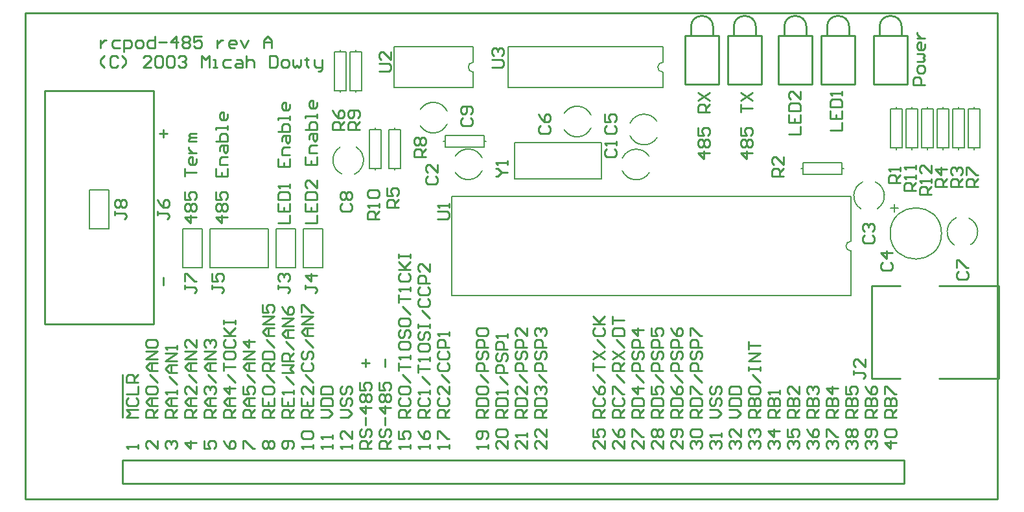
<source format=gto>
%FSLAX23Y23*%
%MOIN*%
G70*
G01*
G75*
%ADD10C,0.010*%
%ADD11C,0.020*%
%ADD12C,0.063*%
%ADD13C,0.059*%
%ADD14R,0.059X0.059*%
%ADD15C,0.065*%
%ADD16C,0.180*%
%ADD17C,0.047*%
%ADD18R,0.047X0.047*%
%ADD19O,0.500X0.400*%
%ADD20C,0.070*%
%ADD21R,0.070X0.070*%
%ADD22C,0.275*%
%ADD23C,0.059*%
%ADD24R,0.059X0.059*%
%ADD25C,0.055*%
%ADD26R,0.053X0.053*%
%ADD27C,0.053*%
%ADD28C,0.025*%
%ADD29C,0.008*%
%ADD30C,0.006*%
D10*
X4237Y2427D02*
G03*
X4123Y2427I-57J0D01*
G01*
X4017D02*
G03*
X3903Y2427I-57J0D01*
G01*
X4507D02*
G03*
X4393Y2427I-57J0D01*
G01*
X3537D02*
G03*
X3423Y2427I-57J0D01*
G01*
X3757D02*
G03*
X3643Y2427I-57J0D01*
G01*
X4237Y2383D02*
Y2427D01*
X4123Y2383D02*
Y2427D01*
X4267Y2131D02*
Y2383D01*
X4093D02*
X4267D01*
X4093Y2131D02*
Y2383D01*
Y2131D02*
X4267D01*
X3873D02*
X4047D01*
X3873D02*
Y2383D01*
X4047D01*
Y2131D02*
Y2383D01*
X3903D02*
Y2427D01*
X4017Y2383D02*
Y2427D01*
X4507Y2383D02*
Y2427D01*
X4393Y2383D02*
Y2427D01*
X4537Y2131D02*
Y2383D01*
X4363D02*
X4537D01*
X4363Y2131D02*
Y2383D01*
Y2131D02*
X4537D01*
X3393D02*
X3567D01*
X3393D02*
Y2383D01*
X3567D01*
Y2131D02*
Y2383D01*
X3423D02*
Y2427D01*
X3537Y2383D02*
Y2427D01*
X3757Y2383D02*
Y2427D01*
X3643Y2383D02*
Y2427D01*
X3787Y2131D02*
Y2383D01*
X3613D02*
X3787D01*
X3613Y2131D02*
Y2383D01*
Y2131D02*
X3787D01*
X5006Y620D02*
Y1094D01*
X4700D02*
X5006D01*
X4700Y620D02*
X5006D01*
X4352D02*
Y1094D01*
Y620D02*
X4500D01*
X4352Y1094D02*
X4500D01*
X380Y900D02*
X660D01*
Y1520D01*
X100Y2100D02*
X660D01*
X100Y900D02*
Y1500D01*
Y900D02*
X380D01*
X100Y1500D02*
Y2100D01*
X660Y1520D02*
Y2100D01*
X500Y420D02*
Y640D01*
Y80D02*
Y180D01*
Y200D01*
X4520D01*
Y80D02*
Y200D01*
X500Y80D02*
X4520D01*
X710Y1860D02*
Y1900D01*
X690Y1880D02*
X730D01*
X710Y1100D02*
Y1140D01*
X2080Y420D02*
X2020D01*
Y450D01*
X2030Y460D01*
X2050D01*
X2060Y450D01*
Y420D01*
Y440D02*
X2080Y460D01*
X2030Y520D02*
X2020Y510D01*
Y490D01*
X2030Y480D01*
X2070D01*
X2080Y490D01*
Y510D01*
X2070Y520D01*
X2080Y540D02*
Y560D01*
Y550D01*
X2020D01*
X2030Y540D01*
X2080Y590D02*
X2040Y630D01*
X2020Y650D02*
Y690D01*
Y670D01*
X2080D01*
Y710D02*
Y730D01*
Y720D01*
X2020D01*
X2030Y710D01*
X2020Y790D02*
Y770D01*
X2030Y760D01*
X2070D01*
X2080Y770D01*
Y790D01*
X2070Y800D01*
X2030D01*
X2020Y790D01*
X2030Y860D02*
X2020Y850D01*
Y830D01*
X2030Y820D01*
X2040D01*
X2050Y830D01*
Y850D01*
X2060Y860D01*
X2070D01*
X2080Y850D01*
Y830D01*
X2070Y820D01*
X2020Y880D02*
Y900D01*
Y890D01*
X2080D01*
Y880D01*
Y900D01*
Y930D02*
X2040Y970D01*
X2030Y1030D02*
X2020Y1020D01*
Y1000D01*
X2030Y990D01*
X2070D01*
X2080Y1000D01*
Y1020D01*
X2070Y1030D01*
X2030Y1090D02*
X2020Y1080D01*
Y1060D01*
X2030Y1050D01*
X2070D01*
X2080Y1060D01*
Y1080D01*
X2070Y1090D01*
X2080Y1110D02*
X2020D01*
Y1140D01*
X2030Y1150D01*
X2050D01*
X2060Y1140D01*
Y1110D01*
X2080Y1210D02*
Y1170D01*
X2040Y1210D01*
X2030D01*
X2020Y1200D01*
Y1180D01*
X2030Y1170D01*
X580Y420D02*
X520D01*
X540Y440D01*
X520Y460D01*
X580D01*
X530Y520D02*
X520Y510D01*
Y490D01*
X530Y480D01*
X570D01*
X580Y490D01*
Y510D01*
X570Y520D01*
X520Y540D02*
X580D01*
Y580D01*
Y600D02*
X520D01*
Y630D01*
X530Y640D01*
X550D01*
X560Y630D01*
Y600D01*
Y620D02*
X580Y640D01*
X680Y420D02*
X620D01*
Y450D01*
X630Y460D01*
X650D01*
X660Y450D01*
Y420D01*
Y440D02*
X680Y460D01*
Y480D02*
X640D01*
X620Y500D01*
X640Y520D01*
X680D01*
X650D01*
Y480D01*
X630Y540D02*
X620Y550D01*
Y570D01*
X630Y580D01*
X670D01*
X680Y570D01*
Y550D01*
X670Y540D01*
X630D01*
X680Y600D02*
X640Y640D01*
X680Y660D02*
X640D01*
X620Y680D01*
X640Y700D01*
X680D01*
X650D01*
Y660D01*
X680Y720D02*
X620D01*
X680Y760D01*
X620D01*
X630Y780D02*
X620Y790D01*
Y810D01*
X630Y820D01*
X670D01*
X680Y810D01*
Y790D01*
X670Y780D01*
X630D01*
X780Y420D02*
X720D01*
Y450D01*
X730Y460D01*
X750D01*
X760Y450D01*
Y420D01*
Y440D02*
X780Y460D01*
Y480D02*
X740D01*
X720Y500D01*
X740Y520D01*
X780D01*
X750D01*
Y480D01*
X780Y540D02*
Y560D01*
Y550D01*
X720D01*
X730Y540D01*
X780Y590D02*
X740Y630D01*
X780Y650D02*
X740D01*
X720Y670D01*
X740Y690D01*
X780D01*
X750D01*
Y650D01*
X780Y710D02*
X720D01*
X780Y750D01*
X720D01*
X780Y770D02*
Y790D01*
Y780D01*
X720D01*
X730Y770D01*
X880Y420D02*
X820D01*
Y450D01*
X830Y460D01*
X850D01*
X860Y450D01*
Y420D01*
Y440D02*
X880Y460D01*
Y480D02*
X840D01*
X820Y500D01*
X840Y520D01*
X880D01*
X850D01*
Y480D01*
X880Y580D02*
Y540D01*
X840Y580D01*
X830D01*
X820Y570D01*
Y550D01*
X830Y540D01*
X880Y600D02*
X840Y640D01*
X880Y660D02*
X840D01*
X820Y680D01*
X840Y700D01*
X880D01*
X850D01*
Y660D01*
X880Y720D02*
X820D01*
X880Y760D01*
X820D01*
X880Y820D02*
Y780D01*
X840Y820D01*
X830D01*
X820Y810D01*
Y790D01*
X830Y780D01*
X980Y420D02*
X920D01*
Y450D01*
X930Y460D01*
X950D01*
X960Y450D01*
Y420D01*
Y440D02*
X980Y460D01*
Y480D02*
X940D01*
X920Y500D01*
X940Y520D01*
X980D01*
X950D01*
Y480D01*
X930Y540D02*
X920Y550D01*
Y570D01*
X930Y580D01*
X940D01*
X950Y570D01*
Y560D01*
Y570D01*
X960Y580D01*
X970D01*
X980Y570D01*
Y550D01*
X970Y540D01*
X980Y600D02*
X940Y640D01*
X980Y660D02*
X940D01*
X920Y680D01*
X940Y700D01*
X980D01*
X950D01*
Y660D01*
X980Y720D02*
X920D01*
X980Y760D01*
X920D01*
X930Y780D02*
X920Y790D01*
Y810D01*
X930Y820D01*
X940D01*
X950Y810D01*
Y800D01*
Y810D01*
X960Y820D01*
X970D01*
X980Y810D01*
Y790D01*
X970Y780D01*
X1080Y420D02*
X1020D01*
Y450D01*
X1030Y460D01*
X1050D01*
X1060Y450D01*
Y420D01*
Y440D02*
X1080Y460D01*
Y480D02*
X1040D01*
X1020Y500D01*
X1040Y520D01*
X1080D01*
X1050D01*
Y480D01*
X1080Y570D02*
X1020D01*
X1050Y540D01*
Y580D01*
X1080Y600D02*
X1040Y640D01*
X1020Y660D02*
Y700D01*
Y680D01*
X1080D01*
X1030Y720D02*
X1020Y730D01*
Y750D01*
X1030Y760D01*
X1070D01*
X1080Y750D01*
Y730D01*
X1070Y720D01*
X1030D01*
Y820D02*
X1020Y810D01*
Y790D01*
X1030Y780D01*
X1070D01*
X1080Y790D01*
Y810D01*
X1070Y820D01*
X1020Y840D02*
X1080D01*
X1060D01*
X1020Y880D01*
X1050Y850D01*
X1080Y880D01*
X1020Y900D02*
Y920D01*
Y910D01*
X1080D01*
Y900D01*
Y920D01*
X1180Y420D02*
X1120D01*
Y450D01*
X1130Y460D01*
X1150D01*
X1160Y450D01*
Y420D01*
Y440D02*
X1180Y460D01*
Y480D02*
X1140D01*
X1120Y500D01*
X1140Y520D01*
X1180D01*
X1150D01*
Y480D01*
X1120Y580D02*
Y540D01*
X1150D01*
X1140Y560D01*
Y570D01*
X1150Y580D01*
X1170D01*
X1180Y570D01*
Y550D01*
X1170Y540D01*
X1180Y600D02*
X1140Y640D01*
X1180Y660D02*
X1140D01*
X1120Y680D01*
X1140Y700D01*
X1180D01*
X1150D01*
Y660D01*
X1180Y720D02*
X1120D01*
X1180Y760D01*
X1120D01*
X1180Y810D02*
X1120D01*
X1150Y780D01*
Y820D01*
X1280Y420D02*
X1220D01*
Y450D01*
X1230Y460D01*
X1250D01*
X1260Y450D01*
Y420D01*
Y440D02*
X1280Y460D01*
X1220Y520D02*
Y480D01*
X1280D01*
Y520D01*
X1250Y480D02*
Y500D01*
X1230Y540D02*
X1220Y550D01*
Y570D01*
X1230Y580D01*
X1270D01*
X1280Y570D01*
Y550D01*
X1270Y540D01*
X1230D01*
X1280Y600D02*
X1240Y640D01*
X1280Y660D02*
X1220D01*
Y690D01*
X1230Y700D01*
X1250D01*
X1260Y690D01*
Y660D01*
Y680D02*
X1280Y700D01*
X1220Y720D02*
X1280D01*
Y750D01*
X1270Y760D01*
X1230D01*
X1220Y750D01*
Y720D01*
X1280Y780D02*
X1240Y820D01*
X1280Y840D02*
X1240D01*
X1220Y860D01*
X1240Y880D01*
X1280D01*
X1250D01*
Y840D01*
X1280Y900D02*
X1220D01*
X1280Y940D01*
X1220D01*
Y1000D02*
Y960D01*
X1250D01*
X1240Y980D01*
Y990D01*
X1250Y1000D01*
X1270D01*
X1280Y990D01*
Y970D01*
X1270Y960D01*
X1380Y420D02*
X1320D01*
Y450D01*
X1330Y460D01*
X1350D01*
X1360Y450D01*
Y420D01*
Y440D02*
X1380Y460D01*
X1320Y520D02*
Y480D01*
X1380D01*
Y520D01*
X1350Y480D02*
Y500D01*
X1380Y540D02*
Y560D01*
Y550D01*
X1320D01*
X1330Y540D01*
X1380Y590D02*
X1340Y630D01*
X1320Y650D02*
X1380D01*
X1360Y670D01*
X1380Y690D01*
X1320D01*
X1380Y710D02*
X1320D01*
Y740D01*
X1330Y750D01*
X1350D01*
X1360Y740D01*
Y710D01*
Y730D02*
X1380Y750D01*
Y770D02*
X1340Y810D01*
X1380Y830D02*
X1340D01*
X1320Y850D01*
X1340Y870D01*
X1380D01*
X1350D01*
Y830D01*
X1380Y890D02*
X1320D01*
X1380Y930D01*
X1320D01*
Y990D02*
X1330Y970D01*
X1350Y950D01*
X1370D01*
X1380Y960D01*
Y980D01*
X1370Y990D01*
X1360D01*
X1350Y980D01*
Y950D01*
X1480Y420D02*
X1420D01*
Y450D01*
X1430Y460D01*
X1450D01*
X1460Y450D01*
Y420D01*
Y440D02*
X1480Y460D01*
X1420Y520D02*
Y480D01*
X1480D01*
Y520D01*
X1450Y480D02*
Y500D01*
X1480Y580D02*
Y540D01*
X1440Y580D01*
X1430D01*
X1420Y570D01*
Y550D01*
X1430Y540D01*
X1480Y600D02*
X1440Y640D01*
X1430Y700D02*
X1420Y690D01*
Y670D01*
X1430Y660D01*
X1470D01*
X1480Y670D01*
Y690D01*
X1470Y700D01*
X1430Y760D02*
X1420Y750D01*
Y730D01*
X1430Y720D01*
X1440D01*
X1450Y730D01*
Y750D01*
X1460Y760D01*
X1470D01*
X1480Y750D01*
Y730D01*
X1470Y720D01*
X1480Y780D02*
X1440Y820D01*
X1480Y840D02*
X1440D01*
X1420Y860D01*
X1440Y880D01*
X1480D01*
X1450D01*
Y840D01*
X1480Y900D02*
X1420D01*
X1480Y940D01*
X1420D01*
Y960D02*
Y1000D01*
X1430D01*
X1470Y960D01*
X1480D01*
X1520Y420D02*
X1560D01*
X1580Y440D01*
X1560Y460D01*
X1520D01*
Y480D02*
X1580D01*
Y510D01*
X1570Y520D01*
X1530D01*
X1520Y510D01*
Y480D01*
Y540D02*
X1580D01*
Y570D01*
X1570Y580D01*
X1530D01*
X1520Y570D01*
Y540D01*
X1620Y420D02*
X1660D01*
X1680Y440D01*
X1660Y460D01*
X1620D01*
X1630Y520D02*
X1620Y510D01*
Y490D01*
X1630Y480D01*
X1640D01*
X1650Y490D01*
Y510D01*
X1660Y520D01*
X1670D01*
X1680Y510D01*
Y490D01*
X1670Y480D01*
X1630Y580D02*
X1620Y570D01*
Y550D01*
X1630Y540D01*
X1640D01*
X1650Y550D01*
Y570D01*
X1660Y580D01*
X1670D01*
X1680Y570D01*
Y550D01*
X1670Y540D01*
X1980Y420D02*
X1920D01*
Y450D01*
X1930Y460D01*
X1950D01*
X1960Y450D01*
Y420D01*
Y440D02*
X1980Y460D01*
X1930Y520D02*
X1920Y510D01*
Y490D01*
X1930Y480D01*
X1970D01*
X1980Y490D01*
Y510D01*
X1970Y520D01*
X1930Y540D02*
X1920Y550D01*
Y570D01*
X1930Y580D01*
X1970D01*
X1980Y570D01*
Y550D01*
X1970Y540D01*
X1930D01*
X1980Y600D02*
X1940Y640D01*
X1920Y660D02*
Y700D01*
Y680D01*
X1980D01*
Y720D02*
Y740D01*
Y730D01*
X1920D01*
X1930Y720D01*
X1920Y800D02*
Y780D01*
X1930Y770D01*
X1970D01*
X1980Y780D01*
Y800D01*
X1970Y810D01*
X1930D01*
X1920Y800D01*
X1930Y870D02*
X1920Y860D01*
Y840D01*
X1930Y830D01*
X1940D01*
X1950Y840D01*
Y860D01*
X1960Y870D01*
X1970D01*
X1980Y860D01*
Y840D01*
X1970Y830D01*
X1920Y920D02*
Y900D01*
X1930Y890D01*
X1970D01*
X1980Y900D01*
Y920D01*
X1970Y930D01*
X1930D01*
X1920Y920D01*
X1980Y950D02*
X1940Y990D01*
X1920Y1010D02*
Y1050D01*
Y1030D01*
X1980D01*
Y1070D02*
Y1090D01*
Y1080D01*
X1920D01*
X1930Y1070D01*
Y1160D02*
X1920Y1150D01*
Y1130D01*
X1930Y1120D01*
X1970D01*
X1980Y1130D01*
Y1150D01*
X1970Y1160D01*
X1920Y1180D02*
X1980D01*
X1960D01*
X1920Y1220D01*
X1950Y1190D01*
X1980Y1220D01*
X1920Y1240D02*
Y1260D01*
Y1250D01*
X1980D01*
Y1240D01*
Y1260D01*
X2180Y420D02*
X2120D01*
Y450D01*
X2130Y460D01*
X2150D01*
X2160Y450D01*
Y420D01*
Y440D02*
X2180Y460D01*
X2130Y520D02*
X2120Y510D01*
Y490D01*
X2130Y480D01*
X2170D01*
X2180Y490D01*
Y510D01*
X2170Y520D01*
X2180Y580D02*
Y540D01*
X2140Y580D01*
X2130D01*
X2120Y570D01*
Y550D01*
X2130Y540D01*
X2180Y600D02*
X2140Y640D01*
X2130Y700D02*
X2120Y690D01*
Y670D01*
X2130Y660D01*
X2170D01*
X2180Y670D01*
Y690D01*
X2170Y700D01*
X2130Y760D02*
X2120Y750D01*
Y730D01*
X2130Y720D01*
X2170D01*
X2180Y730D01*
Y750D01*
X2170Y760D01*
X2180Y780D02*
X2120D01*
Y810D01*
X2130Y820D01*
X2150D01*
X2160Y810D01*
Y780D01*
X2180Y840D02*
Y860D01*
Y850D01*
X2120D01*
X2130Y840D01*
X2380Y420D02*
X2320D01*
Y450D01*
X2330Y460D01*
X2350D01*
X2360Y450D01*
Y420D01*
Y440D02*
X2380Y460D01*
X2320Y480D02*
X2380D01*
Y510D01*
X2370Y520D01*
X2330D01*
X2320Y510D01*
Y480D01*
X2330Y540D02*
X2320Y550D01*
Y570D01*
X2330Y580D01*
X2370D01*
X2380Y570D01*
Y550D01*
X2370Y540D01*
X2330D01*
X2380Y600D02*
X2340Y640D01*
X2380Y660D02*
X2320D01*
Y690D01*
X2330Y700D01*
X2350D01*
X2360Y690D01*
Y660D01*
X2330Y760D02*
X2320Y750D01*
Y730D01*
X2330Y720D01*
X2340D01*
X2350Y730D01*
Y750D01*
X2360Y760D01*
X2370D01*
X2380Y750D01*
Y730D01*
X2370Y720D01*
X2380Y780D02*
X2320D01*
Y810D01*
X2330Y820D01*
X2350D01*
X2360Y810D01*
Y780D01*
X2330Y840D02*
X2320Y850D01*
Y870D01*
X2330Y880D01*
X2370D01*
X2380Y870D01*
Y850D01*
X2370Y840D01*
X2330D01*
X2480Y420D02*
X2420D01*
Y450D01*
X2430Y460D01*
X2450D01*
X2460Y450D01*
Y420D01*
Y440D02*
X2480Y460D01*
X2420Y480D02*
X2480D01*
Y510D01*
X2470Y520D01*
X2430D01*
X2420Y510D01*
Y480D01*
X2480Y540D02*
Y560D01*
Y550D01*
X2420D01*
X2430Y540D01*
X2480Y590D02*
X2440Y630D01*
X2480Y650D02*
X2420D01*
Y680D01*
X2430Y690D01*
X2450D01*
X2460Y680D01*
Y650D01*
X2430Y750D02*
X2420Y740D01*
Y720D01*
X2430Y710D01*
X2440D01*
X2450Y720D01*
Y740D01*
X2460Y750D01*
X2470D01*
X2480Y740D01*
Y720D01*
X2470Y710D01*
X2480Y770D02*
X2420D01*
Y800D01*
X2430Y810D01*
X2450D01*
X2460Y800D01*
Y770D01*
X2480Y830D02*
Y850D01*
Y840D01*
X2420D01*
X2430Y830D01*
X2580Y420D02*
X2520D01*
Y450D01*
X2530Y460D01*
X2550D01*
X2560Y450D01*
Y420D01*
Y440D02*
X2580Y460D01*
X2520Y480D02*
X2580D01*
Y510D01*
X2570Y520D01*
X2530D01*
X2520Y510D01*
Y480D01*
X2580Y580D02*
Y540D01*
X2540Y580D01*
X2530D01*
X2520Y570D01*
Y550D01*
X2530Y540D01*
X2580Y600D02*
X2540Y640D01*
X2580Y660D02*
X2520D01*
Y690D01*
X2530Y700D01*
X2550D01*
X2560Y690D01*
Y660D01*
X2530Y760D02*
X2520Y750D01*
Y730D01*
X2530Y720D01*
X2540D01*
X2550Y730D01*
Y750D01*
X2560Y760D01*
X2570D01*
X2580Y750D01*
Y730D01*
X2570Y720D01*
X2580Y780D02*
X2520D01*
Y810D01*
X2530Y820D01*
X2550D01*
X2560Y810D01*
Y780D01*
X2580Y880D02*
Y840D01*
X2540Y880D01*
X2530D01*
X2520Y870D01*
Y850D01*
X2530Y840D01*
X2680Y420D02*
X2620D01*
Y450D01*
X2630Y460D01*
X2650D01*
X2660Y450D01*
Y420D01*
Y440D02*
X2680Y460D01*
X2620Y480D02*
X2680D01*
Y510D01*
X2670Y520D01*
X2630D01*
X2620Y510D01*
Y480D01*
X2630Y540D02*
X2620Y550D01*
Y570D01*
X2630Y580D01*
X2640D01*
X2650Y570D01*
Y560D01*
Y570D01*
X2660Y580D01*
X2670D01*
X2680Y570D01*
Y550D01*
X2670Y540D01*
X2680Y600D02*
X2640Y640D01*
X2680Y660D02*
X2620D01*
Y690D01*
X2630Y700D01*
X2650D01*
X2660Y690D01*
Y660D01*
X2630Y760D02*
X2620Y750D01*
Y730D01*
X2630Y720D01*
X2640D01*
X2650Y730D01*
Y750D01*
X2660Y760D01*
X2670D01*
X2680Y750D01*
Y730D01*
X2670Y720D01*
X2680Y780D02*
X2620D01*
Y810D01*
X2630Y820D01*
X2650D01*
X2660Y810D01*
Y780D01*
X2630Y840D02*
X2620Y850D01*
Y870D01*
X2630Y880D01*
X2640D01*
X2650Y870D01*
Y860D01*
Y870D01*
X2660Y880D01*
X2670D01*
X2680Y870D01*
Y850D01*
X2670Y840D01*
X2980Y420D02*
X2920D01*
Y450D01*
X2930Y460D01*
X2950D01*
X2960Y450D01*
Y420D01*
Y440D02*
X2980Y460D01*
X2930Y520D02*
X2920Y510D01*
Y490D01*
X2930Y480D01*
X2970D01*
X2980Y490D01*
Y510D01*
X2970Y520D01*
X2920Y580D02*
X2930Y560D01*
X2950Y540D01*
X2970D01*
X2980Y550D01*
Y570D01*
X2970Y580D01*
X2960D01*
X2950Y570D01*
Y540D01*
X2980Y600D02*
X2940Y640D01*
X2920Y660D02*
Y700D01*
Y680D01*
X2980D01*
X2920Y720D02*
X2980Y760D01*
X2920D02*
X2980Y720D01*
Y780D02*
X2940Y820D01*
X2930Y880D02*
X2920Y870D01*
Y850D01*
X2930Y840D01*
X2970D01*
X2980Y850D01*
Y870D01*
X2970Y880D01*
X2920Y900D02*
X2980D01*
X2960D01*
X2920Y940D01*
X2950Y910D01*
X2980Y940D01*
X3080Y420D02*
X3020D01*
Y450D01*
X3030Y460D01*
X3050D01*
X3060Y450D01*
Y420D01*
Y440D02*
X3080Y460D01*
X3030Y520D02*
X3020Y510D01*
Y490D01*
X3030Y480D01*
X3070D01*
X3080Y490D01*
Y510D01*
X3070Y520D01*
X3020Y540D02*
Y580D01*
X3030D01*
X3070Y540D01*
X3080D01*
Y600D02*
X3040Y640D01*
X3080Y660D02*
X3020D01*
Y690D01*
X3030Y700D01*
X3050D01*
X3060Y690D01*
Y660D01*
Y680D02*
X3080Y700D01*
X3020Y720D02*
X3080Y760D01*
X3020D02*
X3080Y720D01*
Y780D02*
X3040Y820D01*
X3020Y840D02*
X3080D01*
Y870D01*
X3070Y880D01*
X3030D01*
X3020Y870D01*
Y840D01*
Y900D02*
Y940D01*
Y920D01*
X3080D01*
X3180Y420D02*
X3120D01*
Y450D01*
X3130Y460D01*
X3150D01*
X3160Y450D01*
Y420D01*
Y440D02*
X3180Y460D01*
X3120Y480D02*
X3180D01*
Y510D01*
X3170Y520D01*
X3130D01*
X3120Y510D01*
Y480D01*
X3180Y570D02*
X3120D01*
X3150Y540D01*
Y580D01*
X3180Y600D02*
X3140Y640D01*
X3180Y660D02*
X3120D01*
Y690D01*
X3130Y700D01*
X3150D01*
X3160Y690D01*
Y660D01*
X3130Y760D02*
X3120Y750D01*
Y730D01*
X3130Y720D01*
X3140D01*
X3150Y730D01*
Y750D01*
X3160Y760D01*
X3170D01*
X3180Y750D01*
Y730D01*
X3170Y720D01*
X3180Y780D02*
X3120D01*
Y810D01*
X3130Y820D01*
X3150D01*
X3160Y810D01*
Y780D01*
X3180Y870D02*
X3120D01*
X3150Y840D01*
Y880D01*
X3280Y420D02*
X3220D01*
Y450D01*
X3230Y460D01*
X3250D01*
X3260Y450D01*
Y420D01*
Y440D02*
X3280Y460D01*
X3220Y480D02*
X3280D01*
Y510D01*
X3270Y520D01*
X3230D01*
X3220Y510D01*
Y480D01*
Y580D02*
Y540D01*
X3250D01*
X3240Y560D01*
Y570D01*
X3250Y580D01*
X3270D01*
X3280Y570D01*
Y550D01*
X3270Y540D01*
X3280Y600D02*
X3240Y640D01*
X3280Y660D02*
X3220D01*
Y690D01*
X3230Y700D01*
X3250D01*
X3260Y690D01*
Y660D01*
X3230Y760D02*
X3220Y750D01*
Y730D01*
X3230Y720D01*
X3240D01*
X3250Y730D01*
Y750D01*
X3260Y760D01*
X3270D01*
X3280Y750D01*
Y730D01*
X3270Y720D01*
X3280Y780D02*
X3220D01*
Y810D01*
X3230Y820D01*
X3250D01*
X3260Y810D01*
Y780D01*
X3220Y880D02*
Y840D01*
X3250D01*
X3240Y860D01*
Y870D01*
X3250Y880D01*
X3270D01*
X3280Y870D01*
Y850D01*
X3270Y840D01*
X3380Y420D02*
X3320D01*
Y450D01*
X3330Y460D01*
X3350D01*
X3360Y450D01*
Y420D01*
Y440D02*
X3380Y460D01*
X3320Y480D02*
X3380D01*
Y510D01*
X3370Y520D01*
X3330D01*
X3320Y510D01*
Y480D01*
Y580D02*
X3330Y560D01*
X3350Y540D01*
X3370D01*
X3380Y550D01*
Y570D01*
X3370Y580D01*
X3360D01*
X3350Y570D01*
Y540D01*
X3380Y600D02*
X3340Y640D01*
X3380Y660D02*
X3320D01*
Y690D01*
X3330Y700D01*
X3350D01*
X3360Y690D01*
Y660D01*
X3330Y760D02*
X3320Y750D01*
Y730D01*
X3330Y720D01*
X3340D01*
X3350Y730D01*
Y750D01*
X3360Y760D01*
X3370D01*
X3380Y750D01*
Y730D01*
X3370Y720D01*
X3380Y780D02*
X3320D01*
Y810D01*
X3330Y820D01*
X3350D01*
X3360Y810D01*
Y780D01*
X3320Y880D02*
X3330Y860D01*
X3350Y840D01*
X3370D01*
X3380Y850D01*
Y870D01*
X3370Y880D01*
X3360D01*
X3350Y870D01*
Y840D01*
X3480Y420D02*
X3420D01*
Y450D01*
X3430Y460D01*
X3450D01*
X3460Y450D01*
Y420D01*
Y440D02*
X3480Y460D01*
X3420Y480D02*
X3480D01*
Y510D01*
X3470Y520D01*
X3430D01*
X3420Y510D01*
Y480D01*
Y540D02*
Y580D01*
X3430D01*
X3470Y540D01*
X3480D01*
Y600D02*
X3440Y640D01*
X3480Y660D02*
X3420D01*
Y690D01*
X3430Y700D01*
X3450D01*
X3460Y690D01*
Y660D01*
X3430Y760D02*
X3420Y750D01*
Y730D01*
X3430Y720D01*
X3440D01*
X3450Y730D01*
Y750D01*
X3460Y760D01*
X3470D01*
X3480Y750D01*
Y730D01*
X3470Y720D01*
X3480Y780D02*
X3420D01*
Y810D01*
X3430Y820D01*
X3450D01*
X3460Y810D01*
Y780D01*
X3420Y840D02*
Y880D01*
X3430D01*
X3470Y840D01*
X3480D01*
X3520Y420D02*
X3560D01*
X3580Y440D01*
X3560Y460D01*
X3520D01*
X3530Y520D02*
X3520Y510D01*
Y490D01*
X3530Y480D01*
X3540D01*
X3550Y490D01*
Y510D01*
X3560Y520D01*
X3570D01*
X3580Y510D01*
Y490D01*
X3570Y480D01*
X3530Y580D02*
X3520Y570D01*
Y550D01*
X3530Y540D01*
X3540D01*
X3550Y550D01*
Y570D01*
X3560Y580D01*
X3570D01*
X3580Y570D01*
Y550D01*
X3570Y540D01*
X3620Y420D02*
X3660D01*
X3680Y440D01*
X3660Y460D01*
X3620D01*
Y480D02*
X3680D01*
Y510D01*
X3670Y520D01*
X3630D01*
X3620Y510D01*
Y480D01*
Y540D02*
X3680D01*
Y570D01*
X3670Y580D01*
X3630D01*
X3620Y570D01*
Y540D01*
X3780Y420D02*
X3720D01*
Y450D01*
X3730Y460D01*
X3750D01*
X3760Y450D01*
Y420D01*
Y440D02*
X3780Y460D01*
X3720Y480D02*
X3780D01*
Y510D01*
X3770Y520D01*
X3760D01*
X3750Y510D01*
Y480D01*
Y510D01*
X3740Y520D01*
X3730D01*
X3720Y510D01*
Y480D01*
X3730Y540D02*
X3720Y550D01*
Y570D01*
X3730Y580D01*
X3770D01*
X3780Y570D01*
Y550D01*
X3770Y540D01*
X3730D01*
X3780Y600D02*
X3740Y640D01*
X3720Y660D02*
Y680D01*
Y670D01*
X3780D01*
Y660D01*
Y680D01*
Y710D02*
X3720D01*
X3780Y750D01*
X3720D01*
Y770D02*
Y810D01*
Y790D01*
X3780D01*
X3880Y420D02*
X3820D01*
Y450D01*
X3830Y460D01*
X3850D01*
X3860Y450D01*
Y420D01*
Y440D02*
X3880Y460D01*
X3820Y480D02*
X3880D01*
Y510D01*
X3870Y520D01*
X3860D01*
X3850Y510D01*
Y480D01*
Y510D01*
X3840Y520D01*
X3830D01*
X3820Y510D01*
Y480D01*
X3880Y540D02*
Y560D01*
Y550D01*
X3820D01*
X3830Y540D01*
X3980Y420D02*
X3920D01*
Y450D01*
X3930Y460D01*
X3950D01*
X3960Y450D01*
Y420D01*
Y440D02*
X3980Y460D01*
X3920Y480D02*
X3980D01*
Y510D01*
X3970Y520D01*
X3960D01*
X3950Y510D01*
Y480D01*
Y510D01*
X3940Y520D01*
X3930D01*
X3920Y510D01*
Y480D01*
X3980Y580D02*
Y540D01*
X3940Y580D01*
X3930D01*
X3920Y570D01*
Y550D01*
X3930Y540D01*
X4180Y420D02*
X4120D01*
Y450D01*
X4130Y460D01*
X4150D01*
X4160Y450D01*
Y420D01*
Y440D02*
X4180Y460D01*
X4120Y480D02*
X4180D01*
Y510D01*
X4170Y520D01*
X4160D01*
X4150Y510D01*
Y480D01*
Y510D01*
X4140Y520D01*
X4130D01*
X4120Y510D01*
Y480D01*
X4180Y570D02*
X4120D01*
X4150Y540D01*
Y580D01*
X4280Y420D02*
X4220D01*
Y450D01*
X4230Y460D01*
X4250D01*
X4260Y450D01*
Y420D01*
Y440D02*
X4280Y460D01*
X4220Y480D02*
X4280D01*
Y510D01*
X4270Y520D01*
X4260D01*
X4250Y510D01*
Y480D01*
Y510D01*
X4240Y520D01*
X4230D01*
X4220Y510D01*
Y480D01*
Y580D02*
Y540D01*
X4250D01*
X4240Y560D01*
Y570D01*
X4250Y580D01*
X4270D01*
X4280Y570D01*
Y550D01*
X4270Y540D01*
X4380Y420D02*
X4320D01*
Y450D01*
X4330Y460D01*
X4350D01*
X4360Y450D01*
Y420D01*
Y440D02*
X4380Y460D01*
X4320Y480D02*
X4380D01*
Y510D01*
X4370Y520D01*
X4360D01*
X4350Y510D01*
Y480D01*
Y510D01*
X4340Y520D01*
X4330D01*
X4320Y510D01*
Y480D01*
Y580D02*
X4330Y560D01*
X4350Y540D01*
X4370D01*
X4380Y550D01*
Y570D01*
X4370Y580D01*
X4360D01*
X4350Y570D01*
Y540D01*
X4480Y420D02*
X4420D01*
Y450D01*
X4430Y460D01*
X4450D01*
X4460Y450D01*
Y420D01*
Y440D02*
X4480Y460D01*
X4420Y480D02*
X4480D01*
Y510D01*
X4470Y520D01*
X4460D01*
X4450Y510D01*
Y480D01*
Y510D01*
X4440Y520D01*
X4430D01*
X4420Y510D01*
Y480D01*
Y540D02*
Y580D01*
X4430D01*
X4470Y540D01*
X4480D01*
X4080Y420D02*
X4020D01*
Y450D01*
X4030Y460D01*
X4050D01*
X4060Y450D01*
Y420D01*
Y440D02*
X4080Y460D01*
X4020Y480D02*
X4080D01*
Y510D01*
X4070Y520D01*
X4060D01*
X4050Y510D01*
Y480D01*
Y510D01*
X4040Y520D01*
X4030D01*
X4020Y510D01*
Y480D01*
X4030Y540D02*
X4020Y550D01*
Y570D01*
X4030Y580D01*
X4040D01*
X4050Y570D01*
Y560D01*
Y570D01*
X4060Y580D01*
X4070D01*
X4080Y570D01*
Y550D01*
X4070Y540D01*
X580Y260D02*
Y280D01*
Y270D01*
X520D01*
X530Y260D01*
X680Y300D02*
Y260D01*
X640Y300D01*
X630D01*
X620Y290D01*
Y270D01*
X630Y260D01*
X730D02*
X720Y270D01*
Y290D01*
X730Y300D01*
X740D01*
X750Y290D01*
Y280D01*
Y290D01*
X760Y300D01*
X770D01*
X780Y290D01*
Y270D01*
X770Y260D01*
X880Y290D02*
X820D01*
X850Y260D01*
Y300D01*
X920D02*
Y260D01*
X950D01*
X940Y280D01*
Y290D01*
X950Y300D01*
X970D01*
X980Y290D01*
Y270D01*
X970Y260D01*
X1020Y300D02*
X1030Y280D01*
X1050Y260D01*
X1070D01*
X1080Y270D01*
Y290D01*
X1070Y300D01*
X1060D01*
X1050Y290D01*
Y260D01*
X1120D02*
Y300D01*
X1130D01*
X1170Y260D01*
X1180D01*
X1230D02*
X1220Y270D01*
Y290D01*
X1230Y300D01*
X1240D01*
X1250Y290D01*
X1260Y300D01*
X1270D01*
X1280Y290D01*
Y270D01*
X1270Y260D01*
X1260D01*
X1250Y270D01*
X1240Y260D01*
X1230D01*
X1250Y270D02*
Y290D01*
X1370Y260D02*
X1380Y270D01*
Y290D01*
X1370Y300D01*
X1330D01*
X1320Y290D01*
Y270D01*
X1330Y260D01*
X1340D01*
X1350Y270D01*
Y300D01*
X1480Y260D02*
Y280D01*
Y270D01*
X1420D01*
X1430Y260D01*
Y310D02*
X1420Y320D01*
Y340D01*
X1430Y350D01*
X1470D01*
X1480Y340D01*
Y320D01*
X1470Y310D01*
X1430D01*
X1580Y260D02*
Y280D01*
Y270D01*
X1520D01*
X1530Y260D01*
X1580Y310D02*
Y330D01*
Y320D01*
X1520D01*
X1530Y310D01*
X1680Y260D02*
Y280D01*
Y270D01*
X1620D01*
X1630Y260D01*
X1680Y350D02*
Y310D01*
X1640Y350D01*
X1630D01*
X1620Y340D01*
Y320D01*
X1630Y310D01*
X2080Y260D02*
Y280D01*
Y270D01*
X2020D01*
X2030Y260D01*
X2020Y350D02*
X2030Y330D01*
X2050Y310D01*
X2070D01*
X2080Y320D01*
Y340D01*
X2070Y350D01*
X2060D01*
X2050Y340D01*
Y310D01*
X1980Y260D02*
Y280D01*
Y270D01*
X1920D01*
X1930Y260D01*
X1920Y350D02*
Y310D01*
X1950D01*
X1940Y330D01*
Y340D01*
X1950Y350D01*
X1970D01*
X1980Y340D01*
Y320D01*
X1970Y310D01*
X2180Y260D02*
Y280D01*
Y270D01*
X2120D01*
X2130Y260D01*
X2120Y310D02*
Y350D01*
X2130D01*
X2170Y310D01*
X2180D01*
X2380Y260D02*
Y280D01*
Y270D01*
X2320D01*
X2330Y260D01*
X2370Y310D02*
X2380Y320D01*
Y340D01*
X2370Y350D01*
X2330D01*
X2320Y340D01*
Y320D01*
X2330Y310D01*
X2340D01*
X2350Y320D01*
Y350D01*
X2480Y300D02*
Y260D01*
X2440Y300D01*
X2430D01*
X2420Y290D01*
Y270D01*
X2430Y260D01*
Y320D02*
X2420Y330D01*
Y350D01*
X2430Y360D01*
X2470D01*
X2480Y350D01*
Y330D01*
X2470Y320D01*
X2430D01*
X2580Y300D02*
Y260D01*
X2540Y300D01*
X2530D01*
X2520Y290D01*
Y270D01*
X2530Y260D01*
X2580Y320D02*
Y340D01*
Y330D01*
X2520D01*
X2530Y320D01*
X2680Y300D02*
Y260D01*
X2640Y300D01*
X2630D01*
X2620Y290D01*
Y270D01*
X2630Y260D01*
X2680Y360D02*
Y320D01*
X2640Y360D01*
X2630D01*
X2620Y350D01*
Y330D01*
X2630Y320D01*
X2980Y300D02*
Y260D01*
X2940Y300D01*
X2930D01*
X2920Y290D01*
Y270D01*
X2930Y260D01*
X2920Y360D02*
Y320D01*
X2950D01*
X2940Y340D01*
Y350D01*
X2950Y360D01*
X2970D01*
X2980Y350D01*
Y330D01*
X2970Y320D01*
X3080Y300D02*
Y260D01*
X3040Y300D01*
X3030D01*
X3020Y290D01*
Y270D01*
X3030Y260D01*
X3020Y360D02*
X3030Y340D01*
X3050Y320D01*
X3070D01*
X3080Y330D01*
Y350D01*
X3070Y360D01*
X3060D01*
X3050Y350D01*
Y320D01*
X3180Y300D02*
Y260D01*
X3140Y300D01*
X3130D01*
X3120Y290D01*
Y270D01*
X3130Y260D01*
X3120Y320D02*
Y360D01*
X3130D01*
X3170Y320D01*
X3180D01*
X3280Y300D02*
Y260D01*
X3240Y300D01*
X3230D01*
X3220Y290D01*
Y270D01*
X3230Y260D01*
Y320D02*
X3220Y330D01*
Y350D01*
X3230Y360D01*
X3240D01*
X3250Y350D01*
X3260Y360D01*
X3270D01*
X3280Y350D01*
Y330D01*
X3270Y320D01*
X3260D01*
X3250Y330D01*
X3240Y320D01*
X3230D01*
X3250Y330D02*
Y350D01*
X3380Y300D02*
Y260D01*
X3340Y300D01*
X3330D01*
X3320Y290D01*
Y270D01*
X3330Y260D01*
X3370Y320D02*
X3380Y330D01*
Y350D01*
X3370Y360D01*
X3330D01*
X3320Y350D01*
Y330D01*
X3330Y320D01*
X3340D01*
X3350Y330D01*
Y360D01*
X3430Y260D02*
X3420Y270D01*
Y290D01*
X3430Y300D01*
X3440D01*
X3450Y290D01*
Y280D01*
Y290D01*
X3460Y300D01*
X3470D01*
X3480Y290D01*
Y270D01*
X3470Y260D01*
X3430Y320D02*
X3420Y330D01*
Y350D01*
X3430Y360D01*
X3470D01*
X3480Y350D01*
Y330D01*
X3470Y320D01*
X3430D01*
X3530Y260D02*
X3520Y270D01*
Y290D01*
X3530Y300D01*
X3540D01*
X3550Y290D01*
Y280D01*
Y290D01*
X3560Y300D01*
X3570D01*
X3580Y290D01*
Y270D01*
X3570Y260D01*
X3580Y320D02*
Y340D01*
Y330D01*
X3520D01*
X3530Y320D01*
X3630Y260D02*
X3620Y270D01*
Y290D01*
X3630Y300D01*
X3640D01*
X3650Y290D01*
Y280D01*
Y290D01*
X3660Y300D01*
X3670D01*
X3680Y290D01*
Y270D01*
X3670Y260D01*
X3680Y360D02*
Y320D01*
X3640Y360D01*
X3630D01*
X3620Y350D01*
Y330D01*
X3630Y320D01*
X3730Y260D02*
X3720Y270D01*
Y290D01*
X3730Y300D01*
X3740D01*
X3750Y290D01*
Y280D01*
Y290D01*
X3760Y300D01*
X3770D01*
X3780Y290D01*
Y270D01*
X3770Y260D01*
X3730Y320D02*
X3720Y330D01*
Y350D01*
X3730Y360D01*
X3740D01*
X3750Y350D01*
Y340D01*
Y350D01*
X3760Y360D01*
X3770D01*
X3780Y350D01*
Y330D01*
X3770Y320D01*
X3830Y260D02*
X3820Y270D01*
Y290D01*
X3830Y300D01*
X3840D01*
X3850Y290D01*
Y280D01*
Y290D01*
X3860Y300D01*
X3870D01*
X3880Y290D01*
Y270D01*
X3870Y260D01*
X3880Y350D02*
X3820D01*
X3850Y320D01*
Y360D01*
X3930Y260D02*
X3920Y270D01*
Y290D01*
X3930Y300D01*
X3940D01*
X3950Y290D01*
Y280D01*
Y290D01*
X3960Y300D01*
X3970D01*
X3980Y290D01*
Y270D01*
X3970Y260D01*
X3920Y360D02*
Y320D01*
X3950D01*
X3940Y340D01*
Y350D01*
X3950Y360D01*
X3970D01*
X3980Y350D01*
Y330D01*
X3970Y320D01*
X4130Y260D02*
X4120Y270D01*
Y290D01*
X4130Y300D01*
X4140D01*
X4150Y290D01*
Y280D01*
Y290D01*
X4160Y300D01*
X4170D01*
X4180Y290D01*
Y270D01*
X4170Y260D01*
X4120Y320D02*
Y360D01*
X4130D01*
X4170Y320D01*
X4180D01*
X4230Y260D02*
X4220Y270D01*
Y290D01*
X4230Y300D01*
X4240D01*
X4250Y290D01*
Y280D01*
Y290D01*
X4260Y300D01*
X4270D01*
X4280Y290D01*
Y270D01*
X4270Y260D01*
X4230Y320D02*
X4220Y330D01*
Y350D01*
X4230Y360D01*
X4240D01*
X4250Y350D01*
X4260Y360D01*
X4270D01*
X4280Y350D01*
Y330D01*
X4270Y320D01*
X4260D01*
X4250Y330D01*
X4240Y320D01*
X4230D01*
X4250Y330D02*
Y350D01*
X4330Y260D02*
X4320Y270D01*
Y290D01*
X4330Y300D01*
X4340D01*
X4350Y290D01*
Y280D01*
Y290D01*
X4360Y300D01*
X4370D01*
X4380Y290D01*
Y270D01*
X4370Y260D01*
Y320D02*
X4380Y330D01*
Y350D01*
X4370Y360D01*
X4330D01*
X4320Y350D01*
Y330D01*
X4330Y320D01*
X4340D01*
X4350Y330D01*
Y360D01*
X4480Y290D02*
X4420D01*
X4450Y260D01*
Y300D01*
X4430Y320D02*
X4420Y330D01*
Y350D01*
X4430Y360D01*
X4470D01*
X4480Y350D01*
Y330D01*
X4470Y320D01*
X4430D01*
X4030Y260D02*
X4020Y270D01*
Y290D01*
X4030Y300D01*
X4040D01*
X4050Y290D01*
Y280D01*
Y290D01*
X4060Y300D01*
X4070D01*
X4080Y290D01*
Y270D01*
X4070Y260D01*
X4020Y360D02*
X4030Y340D01*
X4050Y320D01*
X4070D01*
X4080Y330D01*
Y350D01*
X4070Y360D01*
X4060D01*
X4050Y350D01*
Y320D01*
X1780Y260D02*
X1720D01*
Y290D01*
X1730Y300D01*
X1750D01*
X1760Y290D01*
Y260D01*
Y280D02*
X1780Y300D01*
X1730Y360D02*
X1720Y350D01*
Y330D01*
X1730Y320D01*
X1740D01*
X1750Y330D01*
Y350D01*
X1760Y360D01*
X1770D01*
X1780Y350D01*
Y330D01*
X1770Y320D01*
X1750Y380D02*
Y420D01*
X1780Y470D02*
X1720D01*
X1750Y440D01*
Y480D01*
X1730Y500D02*
X1720Y510D01*
Y530D01*
X1730Y540D01*
X1740D01*
X1750Y530D01*
X1760Y540D01*
X1770D01*
X1780Y530D01*
Y510D01*
X1770Y500D01*
X1760D01*
X1750Y510D01*
X1740Y500D01*
X1730D01*
X1750Y510D02*
Y530D01*
X1720Y600D02*
Y560D01*
X1750D01*
X1740Y580D01*
Y590D01*
X1750Y600D01*
X1770D01*
X1780Y590D01*
Y570D01*
X1770Y560D01*
X1750Y680D02*
Y720D01*
X1730Y700D02*
X1770D01*
X1880Y260D02*
X1820D01*
Y290D01*
X1830Y300D01*
X1850D01*
X1860Y290D01*
Y260D01*
Y280D02*
X1880Y300D01*
X1830Y360D02*
X1820Y350D01*
Y330D01*
X1830Y320D01*
X1840D01*
X1850Y330D01*
Y350D01*
X1860Y360D01*
X1870D01*
X1880Y350D01*
Y330D01*
X1870Y320D01*
X1850Y380D02*
Y420D01*
X1880Y470D02*
X1820D01*
X1850Y440D01*
Y480D01*
X1830Y500D02*
X1820Y510D01*
Y530D01*
X1830Y540D01*
X1840D01*
X1850Y530D01*
X1860Y540D01*
X1870D01*
X1880Y530D01*
Y510D01*
X1870Y500D01*
X1860D01*
X1850Y510D01*
X1840Y500D01*
X1830D01*
X1850Y510D02*
Y530D01*
X1820Y600D02*
Y560D01*
X1850D01*
X1840Y580D01*
Y590D01*
X1850Y600D01*
X1870D01*
X1880Y590D01*
Y570D01*
X1870Y560D01*
X1850Y680D02*
Y720D01*
X4625Y2130D02*
X4565D01*
Y2160D01*
X4575Y2170D01*
X4595D01*
X4605Y2160D01*
Y2130D01*
X4625Y2200D02*
Y2220D01*
X4615Y2230D01*
X4595D01*
X4585Y2220D01*
Y2200D01*
X4595Y2190D01*
X4615D01*
X4625Y2200D01*
X4585Y2250D02*
X4615D01*
X4625Y2260D01*
X4615Y2270D01*
X4625Y2280D01*
X4615Y2290D01*
X4585D01*
X4625Y2340D02*
Y2320D01*
X4615Y2310D01*
X4595D01*
X4585Y2320D01*
Y2340D01*
X4595Y2350D01*
X4605D01*
Y2310D01*
X4585Y2370D02*
X4625D01*
X4605D01*
X4595Y2380D01*
X4585Y2390D01*
Y2400D01*
X4140Y1895D02*
X4200D01*
Y1935D01*
X4140Y1995D02*
Y1955D01*
X4200D01*
Y1995D01*
X4170Y1955D02*
Y1975D01*
X4140Y2015D02*
X4200D01*
Y2045D01*
X4190Y2055D01*
X4150D01*
X4140Y2045D01*
Y2015D01*
X4200Y2075D02*
Y2095D01*
Y2085D01*
X4140D01*
X4150Y2075D01*
X3925Y1875D02*
X3985D01*
Y1915D01*
X3925Y1975D02*
Y1935D01*
X3985D01*
Y1975D01*
X3955Y1935D02*
Y1955D01*
X3925Y1995D02*
X3985D01*
Y2025D01*
X3975Y2035D01*
X3935D01*
X3925Y2025D01*
Y1995D01*
X3985Y2095D02*
Y2055D01*
X3945Y2095D01*
X3935D01*
X3925Y2085D01*
Y2065D01*
X3935Y2055D01*
X3520Y1780D02*
X3460D01*
X3490Y1750D01*
Y1790D01*
X3470Y1810D02*
X3460Y1820D01*
Y1840D01*
X3470Y1850D01*
X3480D01*
X3490Y1840D01*
X3500Y1850D01*
X3510D01*
X3520Y1840D01*
Y1820D01*
X3510Y1810D01*
X3500D01*
X3490Y1820D01*
X3480Y1810D01*
X3470D01*
X3490Y1820D02*
Y1840D01*
X3460Y1910D02*
Y1870D01*
X3490D01*
X3480Y1890D01*
Y1900D01*
X3490Y1910D01*
X3510D01*
X3520Y1900D01*
Y1880D01*
X3510Y1870D01*
X3520Y1990D02*
X3460D01*
Y2020D01*
X3470Y2030D01*
X3490D01*
X3500Y2020D01*
Y1990D01*
Y2010D02*
X3520Y2030D01*
X3460Y2050D02*
X3520Y2090D01*
X3460D02*
X3520Y2050D01*
X3740Y1780D02*
X3680D01*
X3710Y1750D01*
Y1790D01*
X3690Y1810D02*
X3680Y1820D01*
Y1840D01*
X3690Y1850D01*
X3700D01*
X3710Y1840D01*
X3720Y1850D01*
X3730D01*
X3740Y1840D01*
Y1820D01*
X3730Y1810D01*
X3720D01*
X3710Y1820D01*
X3700Y1810D01*
X3690D01*
X3710Y1820D02*
Y1840D01*
X3680Y1910D02*
Y1870D01*
X3710D01*
X3700Y1890D01*
Y1900D01*
X3710Y1910D01*
X3730D01*
X3740Y1900D01*
Y1880D01*
X3730Y1870D01*
X3680Y1990D02*
Y2030D01*
Y2010D01*
X3740D01*
X3680Y2050D02*
X3740Y2090D01*
X3680D02*
X3740Y2050D01*
X1820Y2200D02*
X1870D01*
X1880Y2210D01*
Y2230D01*
X1870Y2240D01*
X1820D01*
X1880Y2300D02*
Y2260D01*
X1840Y2300D01*
X1830D01*
X1820Y2290D01*
Y2270D01*
X1830Y2260D01*
X680Y1480D02*
Y1460D01*
Y1470D01*
X730D01*
X740Y1460D01*
Y1450D01*
X730Y1440D01*
X680Y1540D02*
X690Y1520D01*
X710Y1500D01*
X730D01*
X740Y1510D01*
Y1530D01*
X730Y1540D01*
X720D01*
X710Y1530D01*
Y1500D01*
X460Y1480D02*
Y1460D01*
Y1470D01*
X510D01*
X520Y1460D01*
Y1450D01*
X510Y1440D01*
X470Y1500D02*
X460Y1510D01*
Y1530D01*
X470Y1540D01*
X480D01*
X490Y1530D01*
X500Y1540D01*
X510D01*
X520Y1530D01*
Y1510D01*
X510Y1500D01*
X500D01*
X490Y1510D01*
X480Y1500D01*
X470D01*
X490Y1510D02*
Y1530D01*
X4660Y1565D02*
X4600D01*
Y1595D01*
X4610Y1605D01*
X4630D01*
X4640Y1595D01*
Y1565D01*
Y1585D02*
X4660Y1605D01*
Y1625D02*
Y1645D01*
Y1635D01*
X4600D01*
X4610Y1625D01*
X4660Y1715D02*
Y1675D01*
X4620Y1715D01*
X4610D01*
X4600Y1705D01*
Y1685D01*
X4610Y1675D01*
X4580Y1585D02*
X4520D01*
Y1615D01*
X4530Y1625D01*
X4550D01*
X4560Y1615D01*
Y1585D01*
Y1605D02*
X4580Y1625D01*
Y1645D02*
Y1665D01*
Y1655D01*
X4520D01*
X4530Y1645D01*
X4580Y1695D02*
Y1715D01*
Y1705D01*
X4520D01*
X4530Y1695D01*
X2400Y2220D02*
X2450D01*
X2460Y2230D01*
Y2250D01*
X2450Y2260D01*
X2400D01*
X2410Y2280D02*
X2400Y2290D01*
Y2310D01*
X2410Y2320D01*
X2420D01*
X2430Y2310D01*
Y2300D01*
Y2310D01*
X2440Y2320D01*
X2450D01*
X2460Y2310D01*
Y2290D01*
X2450Y2280D01*
X2250Y1960D02*
X2240Y1950D01*
Y1930D01*
X2250Y1920D01*
X2290D01*
X2300Y1930D01*
Y1950D01*
X2290Y1960D01*
Y1980D02*
X2300Y1990D01*
Y2010D01*
X2290Y2020D01*
X2250D01*
X2240Y2010D01*
Y1990D01*
X2250Y1980D01*
X2260D01*
X2270Y1990D01*
Y2020D01*
X1820Y1440D02*
X1760D01*
Y1470D01*
X1770Y1480D01*
X1790D01*
X1800Y1470D01*
Y1440D01*
Y1460D02*
X1820Y1480D01*
Y1500D02*
Y1520D01*
Y1510D01*
X1760D01*
X1770Y1500D01*
Y1550D02*
X1760Y1560D01*
Y1580D01*
X1770Y1590D01*
X1810D01*
X1820Y1580D01*
Y1560D01*
X1810Y1550D01*
X1770D01*
X1720Y1900D02*
X1660D01*
Y1930D01*
X1670Y1940D01*
X1690D01*
X1700Y1930D01*
Y1900D01*
Y1920D02*
X1720Y1940D01*
X1710Y1960D02*
X1720Y1970D01*
Y1990D01*
X1710Y2000D01*
X1670D01*
X1660Y1990D01*
Y1970D01*
X1670Y1960D01*
X1680D01*
X1690Y1970D01*
Y2000D01*
X2060Y1760D02*
X2000D01*
Y1790D01*
X2010Y1800D01*
X2030D01*
X2040Y1790D01*
Y1760D01*
Y1780D02*
X2060Y1800D01*
X2010Y1820D02*
X2000Y1830D01*
Y1850D01*
X2010Y1860D01*
X2020D01*
X2030Y1850D01*
X2040Y1860D01*
X2050D01*
X2060Y1850D01*
Y1830D01*
X2050Y1820D01*
X2040D01*
X2030Y1830D01*
X2020Y1820D01*
X2010D01*
X2030Y1830D02*
Y1850D01*
X880Y1450D02*
X820D01*
X850Y1420D01*
Y1460D01*
X830Y1480D02*
X820Y1490D01*
Y1510D01*
X830Y1520D01*
X840D01*
X850Y1510D01*
X860Y1520D01*
X870D01*
X880Y1510D01*
Y1490D01*
X870Y1480D01*
X860D01*
X850Y1490D01*
X840Y1480D01*
X830D01*
X850Y1490D02*
Y1510D01*
X820Y1580D02*
Y1540D01*
X850D01*
X840Y1560D01*
Y1570D01*
X850Y1580D01*
X870D01*
X880Y1570D01*
Y1550D01*
X870Y1540D01*
X820Y1660D02*
Y1700D01*
Y1680D01*
X880D01*
Y1750D02*
Y1730D01*
X870Y1720D01*
X850D01*
X840Y1730D01*
Y1750D01*
X850Y1760D01*
X860D01*
Y1720D01*
X840Y1780D02*
X880D01*
X860D01*
X850Y1790D01*
X840Y1800D01*
Y1810D01*
X880Y1840D02*
X840D01*
Y1850D01*
X850Y1860D01*
X880D01*
X850D01*
X840Y1870D01*
X850Y1880D01*
X880D01*
X820Y1100D02*
Y1080D01*
Y1090D01*
X870D01*
X880Y1080D01*
Y1070D01*
X870Y1060D01*
X820Y1120D02*
Y1160D01*
X830D01*
X870Y1120D01*
X880D01*
X1630Y1520D02*
X1620Y1510D01*
Y1490D01*
X1630Y1480D01*
X1670D01*
X1680Y1490D01*
Y1510D01*
X1670Y1520D01*
X1630Y1540D02*
X1620Y1550D01*
Y1570D01*
X1630Y1580D01*
X1640D01*
X1650Y1570D01*
X1660Y1580D01*
X1670D01*
X1680Y1570D01*
Y1550D01*
X1670Y1540D01*
X1660D01*
X1650Y1550D01*
X1640Y1540D01*
X1630D01*
X1650Y1550D02*
Y1570D01*
X4900Y1605D02*
X4840D01*
Y1635D01*
X4850Y1645D01*
X4870D01*
X4880Y1635D01*
Y1605D01*
Y1625D02*
X4900Y1645D01*
X4840Y1665D02*
Y1705D01*
X4850D01*
X4890Y1665D01*
X4900D01*
X1640Y1900D02*
X1580D01*
Y1930D01*
X1590Y1940D01*
X1610D01*
X1620Y1930D01*
Y1900D01*
Y1920D02*
X1640Y1940D01*
X1580Y2000D02*
X1590Y1980D01*
X1610Y1960D01*
X1630D01*
X1640Y1970D01*
Y1990D01*
X1630Y2000D01*
X1620D01*
X1610Y1990D01*
Y1960D01*
X1920Y1500D02*
X1860D01*
Y1530D01*
X1870Y1540D01*
X1890D01*
X1900Y1530D01*
Y1500D01*
Y1520D02*
X1920Y1540D01*
X1860Y1600D02*
Y1560D01*
X1890D01*
X1880Y1580D01*
Y1590D01*
X1890Y1600D01*
X1910D01*
X1920Y1590D01*
Y1570D01*
X1910Y1560D01*
X1040Y1450D02*
X980D01*
X1010Y1420D01*
Y1460D01*
X990Y1480D02*
X980Y1490D01*
Y1510D01*
X990Y1520D01*
X1000D01*
X1010Y1510D01*
X1020Y1520D01*
X1030D01*
X1040Y1510D01*
Y1490D01*
X1030Y1480D01*
X1020D01*
X1010Y1490D01*
X1000Y1480D01*
X990D01*
X1010Y1490D02*
Y1510D01*
X980Y1580D02*
Y1540D01*
X1010D01*
X1000Y1560D01*
Y1570D01*
X1010Y1580D01*
X1030D01*
X1040Y1570D01*
Y1550D01*
X1030Y1540D01*
X980Y1700D02*
Y1660D01*
X1040D01*
Y1700D01*
X1010Y1660D02*
Y1680D01*
X1040Y1720D02*
X1000D01*
Y1750D01*
X1010Y1760D01*
X1040D01*
X1000Y1790D02*
Y1810D01*
X1010Y1820D01*
X1040D01*
Y1790D01*
X1030Y1780D01*
X1020Y1790D01*
Y1820D01*
X980Y1840D02*
X1040D01*
Y1870D01*
X1030Y1880D01*
X1020D01*
X1010D01*
X1000Y1870D01*
Y1840D01*
X1040Y1900D02*
Y1920D01*
Y1910D01*
X980D01*
Y1900D01*
X1040Y1980D02*
Y1960D01*
X1030Y1950D01*
X1010D01*
X1000Y1960D01*
Y1980D01*
X1010Y1990D01*
X1020D01*
Y1950D01*
X960Y1100D02*
Y1080D01*
Y1090D01*
X1010D01*
X1020Y1080D01*
Y1070D01*
X1010Y1060D01*
X960Y1160D02*
Y1120D01*
X990D01*
X980Y1140D01*
Y1150D01*
X990Y1160D01*
X1010D01*
X1020Y1150D01*
Y1130D01*
X1010Y1120D01*
X2120Y1440D02*
X2170D01*
X2180Y1450D01*
Y1470D01*
X2170Y1480D01*
X2120D01*
X2180Y1500D02*
Y1520D01*
Y1510D01*
X2120D01*
X2130Y1500D01*
X3900Y1660D02*
X3840D01*
Y1690D01*
X3850Y1700D01*
X3870D01*
X3880Y1690D01*
Y1660D01*
Y1680D02*
X3900Y1700D01*
Y1760D02*
Y1720D01*
X3860Y1760D01*
X3850D01*
X3840Y1750D01*
Y1730D01*
X3850Y1720D01*
X4500Y1625D02*
X4440D01*
Y1655D01*
X4450Y1665D01*
X4470D01*
X4480Y1655D01*
Y1625D01*
Y1645D02*
X4500Y1665D01*
Y1685D02*
Y1705D01*
Y1695D01*
X4440D01*
X4450Y1685D01*
X4260Y660D02*
Y640D01*
Y650D01*
X4310D01*
X4320Y640D01*
Y630D01*
X4310Y620D01*
X4320Y720D02*
Y680D01*
X4280Y720D01*
X4270D01*
X4260Y710D01*
Y690D01*
X4270Y680D01*
X4800Y1170D02*
X4790Y1160D01*
Y1140D01*
X4800Y1130D01*
X4840D01*
X4850Y1140D01*
Y1160D01*
X4840Y1170D01*
X4790Y1190D02*
Y1230D01*
X4800D01*
X4840Y1190D01*
X4850D01*
X2650Y1920D02*
X2640Y1910D01*
Y1890D01*
X2650Y1880D01*
X2690D01*
X2700Y1890D01*
Y1910D01*
X2690Y1920D01*
X2640Y1980D02*
X2650Y1960D01*
X2670Y1940D01*
X2690D01*
X2700Y1950D01*
Y1970D01*
X2690Y1980D01*
X2680D01*
X2670Y1970D01*
Y1940D01*
X4410Y1215D02*
X4400Y1205D01*
Y1185D01*
X4410Y1175D01*
X4450D01*
X4460Y1185D01*
Y1205D01*
X4450Y1215D01*
X4460Y1265D02*
X4400D01*
X4430Y1235D01*
Y1275D01*
X4315Y1355D02*
X4305Y1345D01*
Y1325D01*
X4315Y1315D01*
X4355D01*
X4365Y1325D01*
Y1345D01*
X4355Y1355D01*
X4315Y1375D02*
X4305Y1385D01*
Y1405D01*
X4315Y1415D01*
X4325D01*
X4335Y1405D01*
Y1395D01*
Y1405D01*
X4345Y1415D01*
X4355D01*
X4365Y1405D01*
Y1385D01*
X4355Y1375D01*
X2070Y1660D02*
X2060Y1650D01*
Y1630D01*
X2070Y1620D01*
X2110D01*
X2120Y1630D01*
Y1650D01*
X2110Y1660D01*
X2120Y1720D02*
Y1680D01*
X2080Y1720D01*
X2070D01*
X2060Y1710D01*
Y1690D01*
X2070Y1680D01*
X2990Y1800D02*
X2980Y1790D01*
Y1770D01*
X2990Y1760D01*
X3030D01*
X3040Y1770D01*
Y1790D01*
X3030Y1800D01*
X3040Y1820D02*
Y1840D01*
Y1830D01*
X2980D01*
X2990Y1820D01*
X2420Y1660D02*
X2430D01*
X2450Y1680D01*
X2430Y1700D01*
X2420D01*
X2450Y1680D02*
X2480D01*
Y1720D02*
Y1740D01*
Y1730D01*
X2420D01*
X2430Y1720D01*
X2990Y1920D02*
X2980Y1910D01*
Y1890D01*
X2990Y1880D01*
X3030D01*
X3040Y1890D01*
Y1910D01*
X3030Y1920D01*
X2980Y1980D02*
Y1940D01*
X3010D01*
X3000Y1960D01*
Y1970D01*
X3010Y1980D01*
X3030D01*
X3040Y1970D01*
Y1950D01*
X3030Y1940D01*
X1300Y1420D02*
X1360D01*
Y1460D01*
X1300Y1520D02*
Y1480D01*
X1360D01*
Y1520D01*
X1330Y1480D02*
Y1500D01*
X1300Y1540D02*
X1360D01*
Y1570D01*
X1350Y1580D01*
X1310D01*
X1300Y1570D01*
Y1540D01*
X1360Y1600D02*
Y1620D01*
Y1610D01*
X1300D01*
X1310Y1600D01*
X1300Y1750D02*
Y1710D01*
X1360D01*
Y1750D01*
X1330Y1710D02*
Y1730D01*
X1360Y1770D02*
X1320D01*
Y1800D01*
X1330Y1810D01*
X1360D01*
X1320Y1840D02*
Y1860D01*
X1330Y1870D01*
X1360D01*
Y1840D01*
X1350Y1830D01*
X1340Y1840D01*
Y1870D01*
X1300Y1890D02*
X1360D01*
Y1920D01*
X1350Y1930D01*
X1340D01*
X1330D01*
X1320Y1920D01*
Y1890D01*
X1360Y1950D02*
Y1970D01*
Y1960D01*
X1300D01*
Y1950D01*
X1360Y2030D02*
Y2010D01*
X1350Y2000D01*
X1330D01*
X1320Y2010D01*
Y2030D01*
X1330Y2040D01*
X1340D01*
Y2000D01*
X1300Y1100D02*
Y1080D01*
Y1090D01*
X1350D01*
X1360Y1080D01*
Y1070D01*
X1350Y1060D01*
X1310Y1120D02*
X1300Y1130D01*
Y1150D01*
X1310Y1160D01*
X1320D01*
X1330Y1150D01*
Y1140D01*
Y1150D01*
X1340Y1160D01*
X1350D01*
X1360Y1150D01*
Y1130D01*
X1350Y1120D01*
X1440Y1420D02*
X1500D01*
Y1460D01*
X1440Y1520D02*
Y1480D01*
X1500D01*
Y1520D01*
X1470Y1480D02*
Y1500D01*
X1440Y1540D02*
X1500D01*
Y1570D01*
X1490Y1580D01*
X1450D01*
X1440Y1570D01*
Y1540D01*
X1500Y1640D02*
Y1600D01*
X1460Y1640D01*
X1450D01*
X1440Y1630D01*
Y1610D01*
X1450Y1600D01*
X1440Y1760D02*
Y1720D01*
X1500D01*
Y1760D01*
X1470Y1720D02*
Y1740D01*
X1500Y1780D02*
X1460D01*
Y1810D01*
X1470Y1820D01*
X1500D01*
X1460Y1850D02*
Y1870D01*
X1470Y1880D01*
X1500D01*
Y1850D01*
X1490Y1840D01*
X1480Y1850D01*
Y1880D01*
X1440Y1900D02*
X1500D01*
Y1930D01*
X1490Y1940D01*
X1480D01*
X1470D01*
X1460Y1930D01*
Y1900D01*
X1500Y1960D02*
Y1980D01*
Y1970D01*
X1440D01*
Y1960D01*
X1500Y2040D02*
Y2020D01*
X1490Y2010D01*
X1470D01*
X1460Y2020D01*
Y2040D01*
X1470Y2050D01*
X1480D01*
Y2010D01*
X1440Y1100D02*
Y1080D01*
Y1090D01*
X1490D01*
X1500Y1080D01*
Y1070D01*
X1490Y1060D01*
X1500Y1150D02*
X1440D01*
X1470Y1120D01*
Y1160D01*
X4820Y1605D02*
X4760D01*
Y1635D01*
X4770Y1645D01*
X4790D01*
X4800Y1635D01*
Y1605D01*
Y1625D02*
X4820Y1645D01*
X4770Y1665D02*
X4760Y1675D01*
Y1695D01*
X4770Y1705D01*
X4780D01*
X4790Y1695D01*
Y1685D01*
Y1695D01*
X4800Y1705D01*
X4810D01*
X4820Y1695D01*
Y1675D01*
X4810Y1665D01*
X4740Y1605D02*
X4680D01*
Y1635D01*
X4690Y1645D01*
X4710D01*
X4720Y1635D01*
Y1605D01*
Y1625D02*
X4740Y1645D01*
Y1695D02*
X4680D01*
X4710Y1665D01*
Y1705D01*
X385Y2360D02*
Y2320D01*
Y2340D01*
X395Y2350D01*
X405Y2360D01*
X415D01*
X485D02*
X455D01*
X445Y2350D01*
Y2330D01*
X455Y2320D01*
X485D01*
X505Y2300D02*
Y2360D01*
X535D01*
X545Y2350D01*
Y2330D01*
X535Y2320D01*
X505D01*
X575D02*
X595D01*
X605Y2330D01*
Y2350D01*
X595Y2360D01*
X575D01*
X565Y2350D01*
Y2330D01*
X575Y2320D01*
X665Y2380D02*
Y2320D01*
X635D01*
X625Y2330D01*
Y2350D01*
X635Y2360D01*
X665D01*
X685Y2350D02*
X725D01*
X775Y2320D02*
Y2380D01*
X745Y2350D01*
X785D01*
X805Y2370D02*
X815Y2380D01*
X835D01*
X845Y2370D01*
Y2360D01*
X835Y2350D01*
X845Y2340D01*
Y2330D01*
X835Y2320D01*
X815D01*
X805Y2330D01*
Y2340D01*
X815Y2350D01*
X805Y2360D01*
Y2370D01*
X815Y2350D02*
X835D01*
X905Y2380D02*
X865D01*
Y2350D01*
X885Y2360D01*
X895D01*
X905Y2350D01*
Y2330D01*
X895Y2320D01*
X875D01*
X865Y2330D01*
X985Y2360D02*
Y2320D01*
Y2340D01*
X995Y2350D01*
X1005Y2360D01*
X1015D01*
X1075Y2320D02*
X1055D01*
X1045Y2330D01*
Y2350D01*
X1055Y2360D01*
X1075D01*
X1085Y2350D01*
Y2340D01*
X1045D01*
X1105Y2360D02*
X1125Y2320D01*
X1145Y2360D01*
X1225Y2320D02*
Y2360D01*
X1245Y2380D01*
X1265Y2360D01*
Y2320D01*
Y2350D01*
X1225D01*
X405Y2220D02*
X385Y2240D01*
Y2260D01*
X405Y2280D01*
X475Y2270D02*
X465Y2280D01*
X445D01*
X435Y2270D01*
Y2230D01*
X445Y2220D01*
X465D01*
X475Y2230D01*
X495Y2220D02*
X515Y2240D01*
Y2260D01*
X495Y2280D01*
X645Y2220D02*
X605D01*
X645Y2260D01*
Y2270D01*
X635Y2280D01*
X615D01*
X605Y2270D01*
X665D02*
X675Y2280D01*
X695D01*
X705Y2270D01*
Y2230D01*
X695Y2220D01*
X675D01*
X665Y2230D01*
Y2270D01*
X725D02*
X735Y2280D01*
X755D01*
X765Y2270D01*
Y2230D01*
X755Y2220D01*
X735D01*
X725Y2230D01*
Y2270D01*
X785D02*
X795Y2280D01*
X815D01*
X825Y2270D01*
Y2260D01*
X815Y2250D01*
X805D01*
X815D01*
X825Y2240D01*
Y2230D01*
X815Y2220D01*
X795D01*
X785Y2230D01*
X905Y2220D02*
Y2280D01*
X925Y2260D01*
X945Y2280D01*
Y2220D01*
X965D02*
X985D01*
X975D01*
Y2260D01*
X965D01*
X1055D02*
X1025D01*
X1015Y2250D01*
Y2230D01*
X1025Y2220D01*
X1055D01*
X1085Y2260D02*
X1105D01*
X1115Y2250D01*
Y2220D01*
X1085D01*
X1075Y2230D01*
X1085Y2240D01*
X1115D01*
X1135Y2280D02*
Y2220D01*
Y2250D01*
X1145Y2260D01*
X1165D01*
X1175Y2250D01*
Y2220D01*
X1255Y2280D02*
Y2220D01*
X1285D01*
X1295Y2230D01*
Y2270D01*
X1285Y2280D01*
X1255D01*
X1325Y2220D02*
X1345D01*
X1355Y2230D01*
Y2250D01*
X1345Y2260D01*
X1325D01*
X1315Y2250D01*
Y2230D01*
X1325Y2220D01*
X1375Y2260D02*
Y2230D01*
X1385Y2220D01*
X1395Y2230D01*
X1405Y2220D01*
X1415Y2230D01*
Y2260D01*
X1445Y2270D02*
Y2260D01*
X1435D01*
X1455D01*
X1445D01*
Y2230D01*
X1455Y2220D01*
X1485Y2260D02*
Y2230D01*
X1495Y2220D01*
X1525D01*
Y2210D01*
X1515Y2200D01*
X1505D01*
X1525Y2220D02*
Y2260D01*
X0Y0D02*
Y2500D01*
Y0D02*
X5000D01*
Y2500D01*
X0D02*
X5000D01*
D29*
X4712Y1365D02*
G03*
X4712Y1365I-132J0D01*
G01*
X2303Y2245D02*
G03*
X2303Y2195I0J-25D01*
G01*
X2170Y1993D02*
G03*
X2032Y2002I-72J-33D01*
G01*
Y1918D02*
G03*
X2170Y1927I66J42D01*
G01*
X1693Y1670D02*
G03*
X1702Y1808I-33J72D01*
G01*
X1618D02*
G03*
X1627Y1670I42J-66D01*
G01*
X2910Y1973D02*
G03*
X2772Y1982I-72J-33D01*
G01*
Y1898D02*
G03*
X2910Y1907I66J42D01*
G01*
X4382Y1492D02*
G03*
X4373Y1630I-42J66D01*
G01*
X4307D02*
G03*
X4298Y1492I33J-72D01*
G01*
X2350Y1753D02*
G03*
X2212Y1762I-72J-33D01*
G01*
Y1678D02*
G03*
X2350Y1687I66J42D01*
G01*
X3208Y1762D02*
G03*
X3070Y1753I-66J-42D01*
G01*
Y1687D02*
G03*
X3208Y1678I72J33D01*
G01*
X4246Y1325D02*
G03*
X4246Y1275I0J-25D01*
G01*
X4862Y1307D02*
G03*
X4853Y1445I-42J66D01*
G01*
X4787D02*
G03*
X4778Y1307I33J-72D01*
G01*
X3278Y2245D02*
G03*
X3278Y2195I0J-25D01*
G01*
X3248Y1942D02*
G03*
X3110Y1933I-66J-42D01*
G01*
Y1867D02*
G03*
X3248Y1858I72J33D01*
G01*
X950Y1390D02*
X1142D01*
X950D02*
X1250D01*
X950Y1190D02*
X1250D01*
Y1390D01*
X950Y1190D02*
Y1390D01*
X1897Y2116D02*
X2303D01*
X1897Y2324D02*
X2303D01*
X1897Y2116D02*
Y2324D01*
X2303Y2116D02*
Y2195D01*
Y2245D02*
Y2324D01*
X330Y1390D02*
Y1590D01*
Y1390D02*
X430D01*
Y1590D01*
X330D02*
X430D01*
X1430Y1190D02*
Y1390D01*
Y1190D02*
X1530D01*
Y1390D01*
X1430D02*
X1530D01*
X1390Y1190D02*
Y1390D01*
X1290D02*
X1390D01*
X1290Y1190D02*
Y1390D01*
Y1190D02*
X1390D01*
X810D02*
Y1390D01*
Y1190D02*
X910D01*
Y1390D01*
X810D02*
X910D01*
X4640Y1796D02*
Y1805D01*
Y2005D02*
Y2014D01*
X4610Y1805D02*
X4640D01*
X4610D02*
Y2005D01*
X4670D01*
Y1805D02*
Y2005D01*
X4640Y1805D02*
X4670D01*
X4560Y1796D02*
Y1805D01*
Y2005D02*
Y2014D01*
X4530Y1805D02*
X4560D01*
X4530D02*
Y2005D01*
X4590D01*
Y1805D02*
Y2005D01*
X4560Y1805D02*
X4590D01*
X1800Y1900D02*
Y1909D01*
Y1691D02*
Y1700D01*
Y1900D02*
X1830D01*
Y1700D02*
Y1900D01*
X1770Y1700D02*
X1830D01*
X1770D02*
Y1900D01*
X1800D01*
X4880Y1796D02*
Y1805D01*
Y2005D02*
Y2014D01*
X4850Y1805D02*
X4880D01*
X4850D02*
Y2005D01*
X4910D01*
Y1805D02*
Y2005D01*
X4880Y1805D02*
X4910D01*
X1900Y1691D02*
Y1700D01*
Y1900D02*
Y1909D01*
X1870Y1700D02*
X1900D01*
X1870D02*
Y1900D01*
X1930D01*
Y1700D02*
Y1900D01*
X1900Y1700D02*
X1930D01*
X3991D02*
X4000D01*
X4200D02*
X4209D01*
X4000D02*
Y1730D01*
X4200D01*
Y1670D02*
Y1730D01*
X4000Y1670D02*
X4200D01*
X4000D02*
Y1700D01*
X4480Y1805D02*
X4510D01*
Y2005D01*
X4450D02*
X4510D01*
X4450Y1805D02*
Y2005D01*
Y1805D02*
X4480D01*
Y2005D02*
Y2014D01*
Y1796D02*
Y1805D01*
X2516Y1833D02*
X2964D01*
X2516Y1647D02*
Y1833D01*
Y1647D02*
X2964D01*
Y1833D01*
X4800Y1796D02*
Y1805D01*
Y2005D02*
Y2014D01*
X4770Y1805D02*
X4800D01*
X4770D02*
Y2005D01*
X4830D01*
Y1805D02*
Y2005D01*
X4800Y1805D02*
X4830D01*
X4720Y1796D02*
Y1805D01*
Y2005D02*
Y2014D01*
X4690Y1805D02*
X4720D01*
X4690D02*
Y2005D01*
X4750D01*
Y1805D02*
Y2005D01*
X4720Y1805D02*
X4750D01*
X4246Y1325D02*
Y1554D01*
Y1046D02*
Y1275D01*
X2194Y1046D02*
Y1554D01*
X4246D01*
X2194Y1046D02*
X4246D01*
X3278Y2245D02*
Y2324D01*
Y2116D02*
Y2195D01*
X2482Y2116D02*
Y2324D01*
X3278D01*
X2482Y2116D02*
X3278D01*
X1670Y2300D02*
X1700D01*
X1670Y2100D02*
Y2300D01*
Y2100D02*
X1730D01*
Y2300D01*
X1700D02*
X1730D01*
X1700Y2091D02*
Y2100D01*
Y2300D02*
Y2309D01*
X1620Y2100D02*
X1650D01*
Y2300D01*
X1590D02*
X1650D01*
X1590Y2100D02*
Y2300D01*
Y2100D02*
X1620D01*
Y2300D02*
Y2309D01*
Y2091D02*
Y2100D01*
X2160Y1810D02*
Y1840D01*
Y1810D02*
X2360D01*
Y1870D01*
X2160D02*
X2360D01*
X2160Y1840D02*
Y1870D01*
X2360Y1840D02*
X2369D01*
X2151D02*
X2160D01*
D30*
X4470Y1475D02*
Y1514D01*
X4451Y1495D02*
X4490D01*
M02*

</source>
